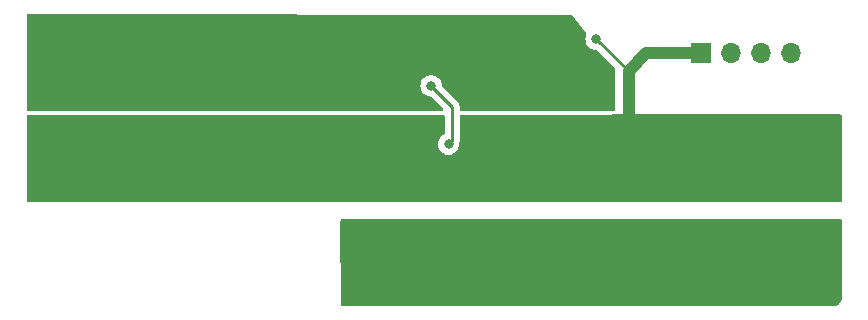
<source format=gbr>
%TF.GenerationSoftware,KiCad,Pcbnew,(6.0.0-0)*%
%TF.CreationDate,2022-06-13T23:48:26-07:00*%
%TF.ProjectId,max20499_breakout,6d617832-3034-4393-995f-627265616b6f,rev?*%
%TF.SameCoordinates,Original*%
%TF.FileFunction,Copper,L2,Bot*%
%TF.FilePolarity,Positive*%
%FSLAX46Y46*%
G04 Gerber Fmt 4.6, Leading zero omitted, Abs format (unit mm)*
G04 Created by KiCad (PCBNEW (6.0.0-0)) date 2022-06-13 23:48:26*
%MOMM*%
%LPD*%
G01*
G04 APERTURE LIST*
G04 Aperture macros list*
%AMRoundRect*
0 Rectangle with rounded corners*
0 $1 Rounding radius*
0 $2 $3 $4 $5 $6 $7 $8 $9 X,Y pos of 4 corners*
0 Add a 4 corners polygon primitive as box body*
4,1,4,$2,$3,$4,$5,$6,$7,$8,$9,$2,$3,0*
0 Add four circle primitives for the rounded corners*
1,1,$1+$1,$2,$3*
1,1,$1+$1,$4,$5*
1,1,$1+$1,$6,$7*
1,1,$1+$1,$8,$9*
0 Add four rect primitives between the rounded corners*
20,1,$1+$1,$2,$3,$4,$5,0*
20,1,$1+$1,$4,$5,$6,$7,0*
20,1,$1+$1,$6,$7,$8,$9,0*
20,1,$1+$1,$8,$9,$2,$3,0*%
G04 Aperture macros list end*
%TA.AperFunction,ComponentPad*%
%ADD10C,2.520000*%
%TD*%
%TA.AperFunction,ComponentPad*%
%ADD11R,1.700000X1.700000*%
%TD*%
%TA.AperFunction,ComponentPad*%
%ADD12O,1.700000X1.700000*%
%TD*%
%TA.AperFunction,SMDPad,CuDef*%
%ADD13RoundRect,0.250000X-1.100000X0.325000X-1.100000X-0.325000X1.100000X-0.325000X1.100000X0.325000X0*%
%TD*%
%TA.AperFunction,SMDPad,CuDef*%
%ADD14RoundRect,0.250000X0.650000X-0.325000X0.650000X0.325000X-0.650000X0.325000X-0.650000X-0.325000X0*%
%TD*%
%TA.AperFunction,SMDPad,CuDef*%
%ADD15RoundRect,0.250000X-1.025000X0.787500X-1.025000X-0.787500X1.025000X-0.787500X1.025000X0.787500X0*%
%TD*%
%TA.AperFunction,ViaPad*%
%ADD16C,0.800000*%
%TD*%
%TA.AperFunction,Conductor*%
%ADD17C,0.250000*%
%TD*%
%TA.AperFunction,Conductor*%
%ADD18C,1.000000*%
%TD*%
G04 APERTURE END LIST*
D10*
%TO.P,J1,1,Pin_1*%
%TO.N,GND*%
X101850000Y-97600000D03*
X96770000Y-97600000D03*
%TD*%
D11*
%TO.P,J3,1,Pin_1*%
%TO.N,GND*%
X150240000Y-88760000D03*
D12*
%TO.P,J3,2,Pin_2*%
%TO.N,/SDA*%
X152780000Y-88760000D03*
%TO.P,J3,3,Pin_3*%
%TO.N,/SCL*%
X155320000Y-88760000D03*
%TO.P,J3,4,Pin_4*%
%TO.N,Net-(J3-Pad4)*%
X157860000Y-88760000D03*
%TD*%
D10*
%TO.P,J2,1,Pin_1*%
%TO.N,/VIN*%
X101730000Y-90280000D03*
X96650000Y-90280000D03*
%TD*%
%TO.P,J4,1,Pin_1*%
%TO.N,/VOUT*%
X154060000Y-105040000D03*
X159140000Y-105040000D03*
%TD*%
%TO.P,J5,1,Pin_1*%
%TO.N,GND*%
X154070000Y-97600000D03*
X159150000Y-97600000D03*
%TD*%
D13*
%TO.P,C19,1*%
%TO.N,/VIN*%
X115480000Y-92177500D03*
%TO.P,C19,2*%
%TO.N,GND*%
X115480000Y-95127500D03*
%TD*%
D14*
%TO.P,C12,1*%
%TO.N,/VOUT*%
X121940000Y-103645000D03*
%TO.P,C12,2*%
%TO.N,GND*%
X121940000Y-100695000D03*
%TD*%
D13*
%TO.P,C18,1*%
%TO.N,/VIN*%
X111790000Y-92127500D03*
%TO.P,C18,2*%
%TO.N,GND*%
X111790000Y-95077500D03*
%TD*%
D14*
%TO.P,C14,1*%
%TO.N,/VOUT*%
X126090000Y-103645000D03*
%TO.P,C14,2*%
%TO.N,GND*%
X126090000Y-100695000D03*
%TD*%
D15*
%TO.P,C17,1*%
%TO.N,/VIN*%
X107560000Y-90300000D03*
%TO.P,C17,2*%
%TO.N,GND*%
X107560000Y-96525000D03*
%TD*%
D13*
%TO.P,C21,1*%
%TO.N,/VIN*%
X123120000Y-92227500D03*
%TO.P,C21,2*%
%TO.N,GND*%
X123120000Y-95177500D03*
%TD*%
D14*
%TO.P,C13,1*%
%TO.N,/VOUT*%
X137860000Y-103645000D03*
%TO.P,C13,2*%
%TO.N,GND*%
X137860000Y-100695000D03*
%TD*%
%TO.P,C11,1*%
%TO.N,/VOUT*%
X141700000Y-103645000D03*
%TO.P,C11,2*%
%TO.N,GND*%
X141700000Y-100695000D03*
%TD*%
D13*
%TO.P,C20,1*%
%TO.N,/VIN*%
X119230000Y-92227500D03*
%TO.P,C20,2*%
%TO.N,GND*%
X119230000Y-95177500D03*
%TD*%
D16*
%TO.N,/VOUT*%
X128770000Y-108625000D03*
X130400000Y-108630000D03*
X134030000Y-108600000D03*
X132170000Y-108600000D03*
X142330000Y-109145000D03*
X142330000Y-106195000D03*
X142330000Y-107670000D03*
X140270000Y-109195000D03*
X140270000Y-106245000D03*
X140270000Y-107720000D03*
X138270000Y-109195000D03*
X138270000Y-106245000D03*
X138270000Y-107720000D03*
X136470000Y-109165000D03*
X136470000Y-106215000D03*
X136470000Y-107690000D03*
X126290000Y-109165000D03*
X126290000Y-106215000D03*
X126290000Y-107690000D03*
X124430000Y-109165000D03*
X124430000Y-106215000D03*
X124430000Y-107690000D03*
X122660000Y-109195000D03*
X122660000Y-106245000D03*
X122660000Y-107720000D03*
X121030000Y-106240000D03*
X121030000Y-107715000D03*
X121030000Y-109190000D03*
%TO.N,/VIN*%
X138615000Y-90200000D03*
X137127500Y-90200000D03*
X140102500Y-90200000D03*
X141590000Y-90200000D03*
X113620000Y-87740000D03*
X118068571Y-87740000D03*
X116585714Y-87740000D03*
X124000000Y-87740000D03*
X121034285Y-87740000D03*
X119551428Y-87740000D03*
X122517142Y-87740000D03*
X115102857Y-87740000D03*
%TO.N,GND*%
X139465554Y-97800000D03*
X137797777Y-97800000D03*
X142801108Y-97800000D03*
X136130000Y-97800000D03*
X141133331Y-97800000D03*
X141092216Y-99140000D03*
X137756662Y-99140000D03*
X142801108Y-96300000D03*
X139465554Y-96300000D03*
X141133331Y-96300000D03*
X137797777Y-96300000D03*
X136130000Y-96300000D03*
X136088885Y-99140000D03*
X142760000Y-99140000D03*
X139424439Y-99140000D03*
X113090000Y-97130000D03*
X126432216Y-97130000D03*
X116425554Y-97130000D03*
X123096662Y-97130000D03*
X121428885Y-97130000D03*
X119761108Y-97130000D03*
X124764439Y-97130000D03*
X118093331Y-97130000D03*
X114757777Y-97130000D03*
X113090000Y-98630000D03*
X126432216Y-98630000D03*
X116425554Y-98630000D03*
X123096662Y-98630000D03*
X121428885Y-98630000D03*
X119761108Y-98630000D03*
X124764439Y-98630000D03*
X118093331Y-98630000D03*
X114757777Y-98630000D03*
X119720000Y-99970000D03*
X118052216Y-99970000D03*
X116384439Y-99970000D03*
X114716662Y-99970000D03*
X113048885Y-99970000D03*
X111381108Y-99970000D03*
X109713331Y-99970000D03*
X108045554Y-99970000D03*
X106377777Y-99970000D03*
X104710000Y-99970000D03*
%TO.N,/VIN*%
X115112857Y-89230000D03*
X116595714Y-89230000D03*
X113630000Y-89230000D03*
X121044285Y-89230000D03*
X122527142Y-89230000D03*
X119561428Y-89230000D03*
X124010000Y-89230000D03*
X118078571Y-89230000D03*
X113650000Y-90580000D03*
X115132857Y-90580000D03*
X116615714Y-90580000D03*
X121064285Y-90580000D03*
X118098571Y-90580000D03*
X119581428Y-90580000D03*
X122547142Y-90580000D03*
X124030000Y-90580000D03*
%TO.N,/LX1*%
X128830000Y-96460000D03*
X127350000Y-91520000D03*
%TO.N,GND*%
X144080000Y-91150000D03*
%TO.N,/VIN*%
X130440000Y-87030000D03*
%TO.N,GND*%
X141330000Y-87580000D03*
%TO.N,/VIN*%
X133720000Y-87650000D03*
X142030000Y-91370000D03*
X140542500Y-91370000D03*
X139055000Y-91370000D03*
X137567500Y-91370000D03*
X136080000Y-91370000D03*
X129060000Y-90500000D03*
%TD*%
D17*
%TO.N,/LX1*%
X129130000Y-96160000D02*
X129130000Y-93300000D01*
X128830000Y-96460000D02*
X129130000Y-96160000D01*
X129130000Y-93300000D02*
X127350000Y-91520000D01*
D18*
%TO.N,GND*%
X144080000Y-90240000D02*
X145560000Y-88760000D01*
X145560000Y-88760000D02*
X150240000Y-88760000D01*
D17*
X141330000Y-87580000D02*
X144080000Y-90240000D01*
D18*
X144080000Y-90240000D02*
X144080000Y-91150000D01*
X144080000Y-91150000D02*
X144080000Y-95440000D01*
%TD*%
%TA.AperFunction,Conductor*%
%TO.N,/VOUT*%
G36*
X162077795Y-102833657D02*
G01*
X162124296Y-102887306D01*
X162135690Y-102939665D01*
X162135690Y-109354362D01*
X162134190Y-109373746D01*
X162130504Y-109397420D01*
X162131668Y-109406322D01*
X162131668Y-109406324D01*
X162131942Y-109408416D01*
X162132399Y-109437103D01*
X162121496Y-109547802D01*
X162116679Y-109572022D01*
X162078241Y-109698735D01*
X162068792Y-109721545D01*
X162006379Y-109838312D01*
X161992656Y-109858850D01*
X161908662Y-109961197D01*
X161891197Y-109978662D01*
X161788850Y-110062656D01*
X161768312Y-110076379D01*
X161651545Y-110138792D01*
X161628735Y-110148241D01*
X161502022Y-110186679D01*
X161477802Y-110191496D01*
X161416271Y-110197556D01*
X161373854Y-110201734D01*
X161357813Y-110201282D01*
X161357804Y-110201995D01*
X161348835Y-110201886D01*
X161339960Y-110200504D01*
X161308481Y-110204620D01*
X161292132Y-110205684D01*
X119835086Y-110199536D01*
X119766970Y-110179524D01*
X119720485Y-110125861D01*
X119709108Y-110074214D01*
X119670753Y-102946470D01*
X119690388Y-102878243D01*
X119743793Y-102831462D01*
X119796733Y-102819792D01*
X157943594Y-102814255D01*
X162009672Y-102813665D01*
X162077795Y-102833657D01*
G37*
%TD.AperFunction*%
%TD*%
%TA.AperFunction,Conductor*%
%TO.N,GND*%
G36*
X162077759Y-93964960D02*
G01*
X162124278Y-94018593D01*
X162135690Y-94070991D01*
X162135690Y-101218851D01*
X162115688Y-101286972D01*
X162062032Y-101333465D01*
X162009715Y-101344851D01*
X105427177Y-101356056D01*
X93230335Y-101358471D01*
X93162210Y-101338482D01*
X93115707Y-101284836D01*
X93104310Y-101232471D01*
X93104310Y-94104306D01*
X93124312Y-94036185D01*
X93177968Y-93989692D01*
X93230247Y-93978306D01*
X128370440Y-93961285D01*
X128438569Y-93981254D01*
X128485088Y-94034887D01*
X128496500Y-94087285D01*
X128496500Y-95532181D01*
X128476498Y-95600302D01*
X128421749Y-95647288D01*
X128379278Y-95666197D01*
X128379276Y-95666198D01*
X128373248Y-95668882D01*
X128218747Y-95781134D01*
X128090960Y-95923056D01*
X127995473Y-96088444D01*
X127936458Y-96270072D01*
X127916496Y-96460000D01*
X127936458Y-96649928D01*
X127995473Y-96831556D01*
X128090960Y-96996944D01*
X128218747Y-97138866D01*
X128373248Y-97251118D01*
X128379276Y-97253802D01*
X128379278Y-97253803D01*
X128541681Y-97326109D01*
X128547712Y-97328794D01*
X128641113Y-97348647D01*
X128728056Y-97367128D01*
X128728061Y-97367128D01*
X128734513Y-97368500D01*
X128925487Y-97368500D01*
X128931939Y-97367128D01*
X128931944Y-97367128D01*
X129018887Y-97348647D01*
X129112288Y-97328794D01*
X129118319Y-97326109D01*
X129280722Y-97253803D01*
X129280724Y-97253802D01*
X129286752Y-97251118D01*
X129441253Y-97138866D01*
X129569040Y-96996944D01*
X129664527Y-96831556D01*
X129723542Y-96649928D01*
X129743504Y-96460000D01*
X129736322Y-96391670D01*
X129740560Y-96344203D01*
X129743181Y-96338145D01*
X129744420Y-96330321D01*
X129744422Y-96330315D01*
X129750099Y-96294476D01*
X129752505Y-96282856D01*
X129761528Y-96247711D01*
X129761528Y-96247710D01*
X129763500Y-96240030D01*
X129763500Y-96219776D01*
X129765051Y-96200065D01*
X129766980Y-96187886D01*
X129768220Y-96180057D01*
X129764059Y-96136038D01*
X129763500Y-96124181D01*
X129763500Y-94086550D01*
X129783502Y-94018429D01*
X129837158Y-93971936D01*
X129889439Y-93960550D01*
X155264135Y-93948259D01*
X162009629Y-93944991D01*
X162077759Y-93964960D01*
G37*
%TD.AperFunction*%
%TD*%
%TA.AperFunction,Conductor*%
%TO.N,/VIN*%
G36*
X139151465Y-85499693D02*
G01*
X139219552Y-85519812D01*
X139249324Y-85546590D01*
X140481110Y-87073795D01*
X140508307Y-87139375D01*
X140498212Y-87203700D01*
X140495473Y-87208444D01*
X140436458Y-87390072D01*
X140416496Y-87580000D01*
X140436458Y-87769928D01*
X140495473Y-87951556D01*
X140590960Y-88116944D01*
X140718747Y-88258866D01*
X140873248Y-88371118D01*
X140879276Y-88373802D01*
X140879278Y-88373803D01*
X141041681Y-88446109D01*
X141047712Y-88448794D01*
X141141112Y-88468647D01*
X141228056Y-88487128D01*
X141228061Y-88487128D01*
X141234513Y-88488500D01*
X141307085Y-88488500D01*
X141375206Y-88508502D01*
X141394686Y-88523935D01*
X142553853Y-89645166D01*
X142564327Y-89656628D01*
X142902454Y-90075848D01*
X142929651Y-90141428D01*
X142930374Y-90153876D01*
X142957120Y-93292014D01*
X142958917Y-93502901D01*
X142939497Y-93571190D01*
X142886239Y-93618138D01*
X142832898Y-93629975D01*
X138523935Y-93629118D01*
X129889475Y-93627402D01*
X129821358Y-93607386D01*
X129774876Y-93553722D01*
X129763500Y-93501402D01*
X129763500Y-93378767D01*
X129764027Y-93367584D01*
X129765702Y-93360091D01*
X129763562Y-93292014D01*
X129763500Y-93288055D01*
X129763500Y-93260144D01*
X129762995Y-93256144D01*
X129762062Y-93244301D01*
X129760922Y-93208029D01*
X129760673Y-93200110D01*
X129755022Y-93180658D01*
X129751014Y-93161306D01*
X129749467Y-93149063D01*
X129748474Y-93141203D01*
X129745556Y-93133832D01*
X129732200Y-93100097D01*
X129728355Y-93088870D01*
X129727721Y-93086687D01*
X129716018Y-93046407D01*
X129705707Y-93028972D01*
X129697012Y-93011224D01*
X129689552Y-92992383D01*
X129663564Y-92956613D01*
X129657048Y-92946693D01*
X129638580Y-92915465D01*
X129638578Y-92915462D01*
X129634542Y-92908638D01*
X129620221Y-92894317D01*
X129607380Y-92879283D01*
X129600131Y-92869306D01*
X129595472Y-92862893D01*
X129561395Y-92834702D01*
X129552616Y-92826712D01*
X128297122Y-91571217D01*
X128263096Y-91508905D01*
X128260907Y-91495292D01*
X128244232Y-91336635D01*
X128244232Y-91336633D01*
X128243542Y-91330072D01*
X128184527Y-91148444D01*
X128089040Y-90983056D01*
X127961253Y-90841134D01*
X127806752Y-90728882D01*
X127800724Y-90726198D01*
X127800722Y-90726197D01*
X127638319Y-90653891D01*
X127638318Y-90653891D01*
X127632288Y-90651206D01*
X127538888Y-90631353D01*
X127451944Y-90612872D01*
X127451939Y-90612872D01*
X127445487Y-90611500D01*
X127254513Y-90611500D01*
X127248061Y-90612872D01*
X127248056Y-90612872D01*
X127161113Y-90631353D01*
X127067712Y-90651206D01*
X127061682Y-90653891D01*
X127061681Y-90653891D01*
X126899278Y-90726197D01*
X126899276Y-90726198D01*
X126893248Y-90728882D01*
X126738747Y-90841134D01*
X126610960Y-90983056D01*
X126515473Y-91148444D01*
X126456458Y-91330072D01*
X126436496Y-91520000D01*
X126456458Y-91709928D01*
X126515473Y-91891556D01*
X126610960Y-92056944D01*
X126738747Y-92198866D01*
X126893248Y-92311118D01*
X126899276Y-92313802D01*
X126899278Y-92313803D01*
X127061681Y-92386109D01*
X127067712Y-92388794D01*
X127161113Y-92408647D01*
X127248056Y-92427128D01*
X127248061Y-92427128D01*
X127254513Y-92428500D01*
X127310406Y-92428500D01*
X127378527Y-92448502D01*
X127399501Y-92465405D01*
X128346079Y-93411983D01*
X128380105Y-93474295D01*
X128375040Y-93545110D01*
X128332493Y-93601946D01*
X128265973Y-93626757D01*
X128256959Y-93627078D01*
X93230285Y-93620117D01*
X93162168Y-93600101D01*
X93115686Y-93546437D01*
X93104310Y-93494117D01*
X93104310Y-85546808D01*
X93124312Y-85478687D01*
X93177968Y-85432194D01*
X93230526Y-85420808D01*
X139151465Y-85499693D01*
G37*
%TD.AperFunction*%
%TD*%
M02*

</source>
